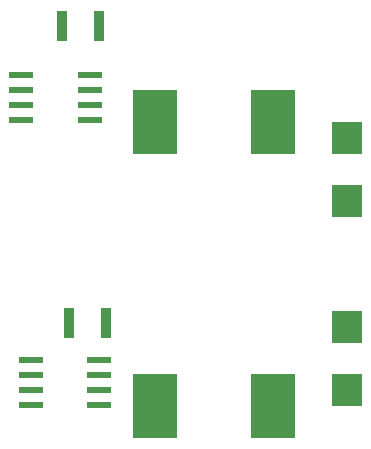
<source format=gtp>
G04*
G04 #@! TF.GenerationSoftware,Altium Limited,Altium Designer,19.1.7 (138)*
G04*
G04 Layer_Color=8421504*
%FSLAX44Y44*%
%MOMM*%
G71*
G01*
G75*
%ADD12R,2.1000X0.6000*%
%ADD13R,2.5500X2.7500*%
%ADD14R,0.9000X2.5000*%
%ADD15R,3.8500X5.5000*%
D12*
X118000Y169050D02*
D03*
Y156350D02*
D03*
Y143650D02*
D03*
Y130950D02*
D03*
X176000Y169050D02*
D03*
Y156350D02*
D03*
Y143650D02*
D03*
Y130950D02*
D03*
X168000Y371950D02*
D03*
Y384650D02*
D03*
Y397350D02*
D03*
Y410050D02*
D03*
X110000Y371950D02*
D03*
Y384650D02*
D03*
Y397350D02*
D03*
Y410050D02*
D03*
D13*
X386000Y303000D02*
D03*
Y357000D02*
D03*
Y197000D02*
D03*
Y143000D02*
D03*
D14*
X144500Y452000D02*
D03*
X175500D02*
D03*
X150500Y200000D02*
D03*
X181500D02*
D03*
D15*
X223250Y130000D02*
D03*
X322750D02*
D03*
X322750Y370000D02*
D03*
X223250D02*
D03*
M02*

</source>
